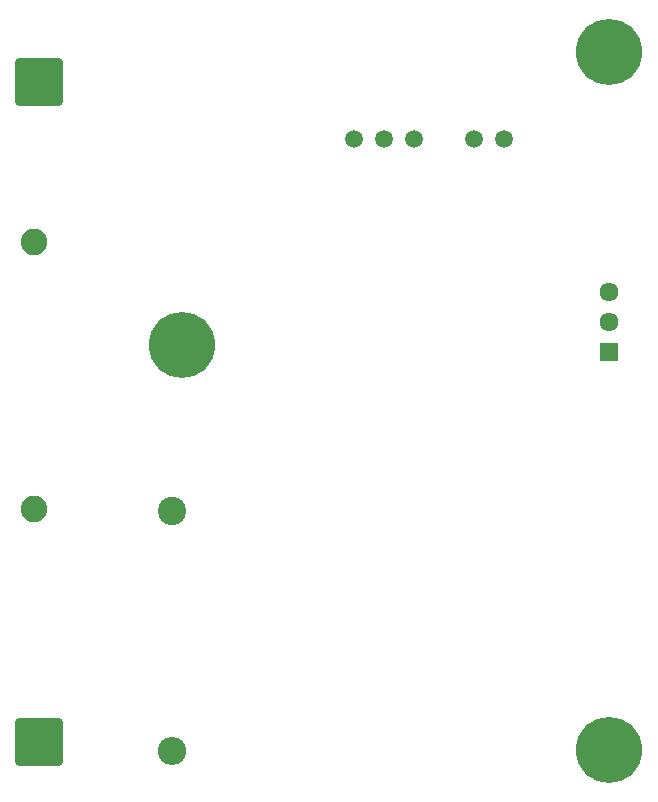
<source format=gbr>
%TF.GenerationSoftware,KiCad,Pcbnew,8.0.0*%
%TF.CreationDate,2024-04-17T18:36:44+02:00*%
%TF.ProjectId,Inverter_Voltage Sensor,496e7665-7274-4657-925f-566f6c746167,rev?*%
%TF.SameCoordinates,Original*%
%TF.FileFunction,Soldermask,Bot*%
%TF.FilePolarity,Negative*%
%FSLAX46Y46*%
G04 Gerber Fmt 4.6, Leading zero omitted, Abs format (unit mm)*
G04 Created by KiCad (PCBNEW 8.0.0) date 2024-04-17 18:36:44*
%MOMM*%
%LPD*%
G01*
G04 APERTURE LIST*
G04 Aperture macros list*
%AMRoundRect*
0 Rectangle with rounded corners*
0 $1 Rounding radius*
0 $2 $3 $4 $5 $6 $7 $8 $9 X,Y pos of 4 corners*
0 Add a 4 corners polygon primitive as box body*
4,1,4,$2,$3,$4,$5,$6,$7,$8,$9,$2,$3,0*
0 Add four circle primitives for the rounded corners*
1,1,$1+$1,$2,$3*
1,1,$1+$1,$4,$5*
1,1,$1+$1,$6,$7*
1,1,$1+$1,$8,$9*
0 Add four rect primitives between the rounded corners*
20,1,$1+$1,$2,$3,$4,$5,0*
20,1,$1+$1,$4,$5,$6,$7,0*
20,1,$1+$1,$6,$7,$8,$9,0*
20,1,$1+$1,$8,$9,$2,$3,0*%
G04 Aperture macros list end*
%ADD10C,5.600000*%
%ADD11R,1.610000X1.610000*%
%ADD12C,1.610000*%
%ADD13RoundRect,0.250000X-1.750000X-1.750000X1.750000X-1.750000X1.750000X1.750000X-1.750000X1.750000X0*%
%ADD14C,2.250000*%
%ADD15C,2.400000*%
%ADD16O,2.400000X2.400000*%
%ADD17C,1.500000*%
G04 APERTURE END LIST*
D10*
%TO.C,*%
X132080000Y-60960000D03*
%TD*%
D11*
%TO.C,J1*%
X132080000Y-86360000D03*
D12*
X132080000Y-83820000D03*
X132080000Y-81280000D03*
%TD*%
D13*
%TO.C,TP2*%
X83820000Y-63500000D03*
%TD*%
%TO.C,TP1*%
X83820000Y-119380000D03*
%TD*%
D14*
%TO.C,F1*%
X83339117Y-99600885D03*
X83339117Y-77000885D03*
%TD*%
D15*
%TO.C,R1*%
X95085306Y-99757822D03*
D16*
X95085306Y-120077822D03*
%TD*%
D10*
%TO.C,*%
X95885000Y-85725000D03*
%TD*%
D17*
%TO.C,PS1*%
X123190000Y-68315000D03*
X120650000Y-68315000D03*
X115570000Y-68315000D03*
X113030000Y-68315000D03*
X110490000Y-68315000D03*
%TD*%
D10*
%TO.C,*%
X132080000Y-120015000D03*
%TD*%
M02*

</source>
